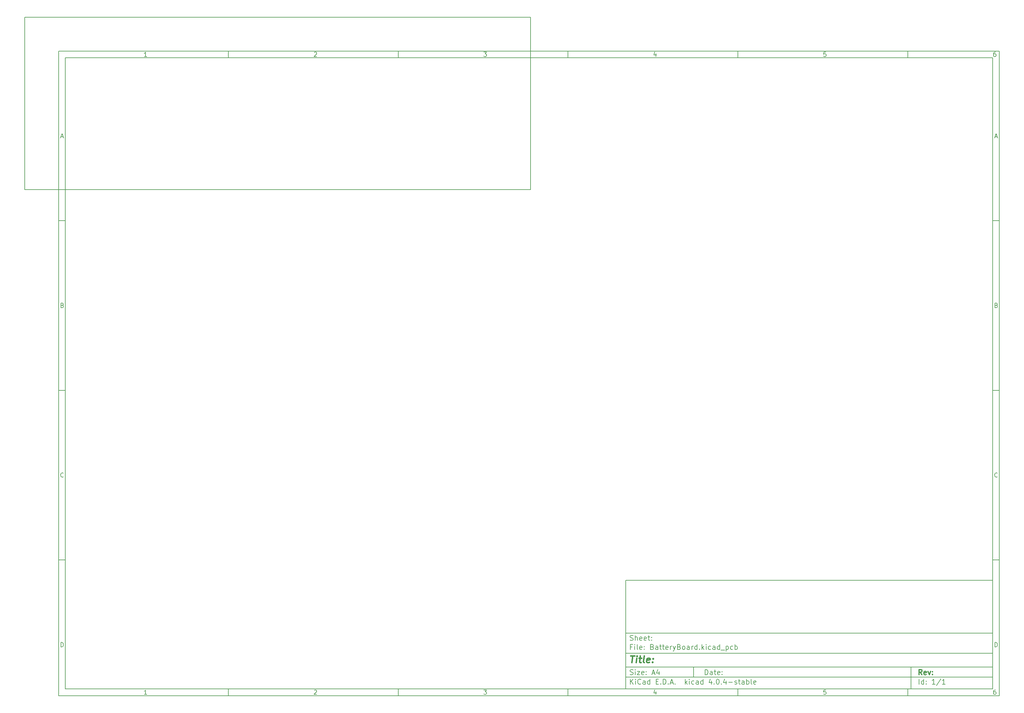
<source format=gbr>
G04 #@! TF.FileFunction,Profile,NP*
%FSLAX46Y46*%
G04 Gerber Fmt 4.6, Leading zero omitted, Abs format (unit mm)*
G04 Created by KiCad (PCBNEW 4.0.4-stable) date Saturday, July 15, 2017 'PMt' 05:06:53 PM*
%MOMM*%
%LPD*%
G01*
G04 APERTURE LIST*
%ADD10C,0.100000*%
%ADD11C,0.150000*%
%ADD12C,0.300000*%
%ADD13C,0.400000*%
G04 APERTURE END LIST*
D10*
D11*
X177002200Y-166007200D02*
X177002200Y-198007200D01*
X285002200Y-198007200D01*
X285002200Y-166007200D01*
X177002200Y-166007200D01*
D10*
D11*
X10000000Y-10000000D02*
X10000000Y-200007200D01*
X287002200Y-200007200D01*
X287002200Y-10000000D01*
X10000000Y-10000000D01*
D10*
D11*
X12000000Y-12000000D02*
X12000000Y-198007200D01*
X285002200Y-198007200D01*
X285002200Y-12000000D01*
X12000000Y-12000000D01*
D10*
D11*
X60000000Y-12000000D02*
X60000000Y-10000000D01*
D10*
D11*
X110000000Y-12000000D02*
X110000000Y-10000000D01*
D10*
D11*
X160000000Y-12000000D02*
X160000000Y-10000000D01*
D10*
D11*
X210000000Y-12000000D02*
X210000000Y-10000000D01*
D10*
D11*
X260000000Y-12000000D02*
X260000000Y-10000000D01*
D10*
D11*
X35990476Y-11588095D02*
X35247619Y-11588095D01*
X35619048Y-11588095D02*
X35619048Y-10288095D01*
X35495238Y-10473810D01*
X35371429Y-10597619D01*
X35247619Y-10659524D01*
D10*
D11*
X85247619Y-10411905D02*
X85309524Y-10350000D01*
X85433333Y-10288095D01*
X85742857Y-10288095D01*
X85866667Y-10350000D01*
X85928571Y-10411905D01*
X85990476Y-10535714D01*
X85990476Y-10659524D01*
X85928571Y-10845238D01*
X85185714Y-11588095D01*
X85990476Y-11588095D01*
D10*
D11*
X135185714Y-10288095D02*
X135990476Y-10288095D01*
X135557143Y-10783333D01*
X135742857Y-10783333D01*
X135866667Y-10845238D01*
X135928571Y-10907143D01*
X135990476Y-11030952D01*
X135990476Y-11340476D01*
X135928571Y-11464286D01*
X135866667Y-11526190D01*
X135742857Y-11588095D01*
X135371429Y-11588095D01*
X135247619Y-11526190D01*
X135185714Y-11464286D01*
D10*
D11*
X185866667Y-10721429D02*
X185866667Y-11588095D01*
X185557143Y-10226190D02*
X185247619Y-11154762D01*
X186052381Y-11154762D01*
D10*
D11*
X235928571Y-10288095D02*
X235309524Y-10288095D01*
X235247619Y-10907143D01*
X235309524Y-10845238D01*
X235433333Y-10783333D01*
X235742857Y-10783333D01*
X235866667Y-10845238D01*
X235928571Y-10907143D01*
X235990476Y-11030952D01*
X235990476Y-11340476D01*
X235928571Y-11464286D01*
X235866667Y-11526190D01*
X235742857Y-11588095D01*
X235433333Y-11588095D01*
X235309524Y-11526190D01*
X235247619Y-11464286D01*
D10*
D11*
X285866667Y-10288095D02*
X285619048Y-10288095D01*
X285495238Y-10350000D01*
X285433333Y-10411905D01*
X285309524Y-10597619D01*
X285247619Y-10845238D01*
X285247619Y-11340476D01*
X285309524Y-11464286D01*
X285371429Y-11526190D01*
X285495238Y-11588095D01*
X285742857Y-11588095D01*
X285866667Y-11526190D01*
X285928571Y-11464286D01*
X285990476Y-11340476D01*
X285990476Y-11030952D01*
X285928571Y-10907143D01*
X285866667Y-10845238D01*
X285742857Y-10783333D01*
X285495238Y-10783333D01*
X285371429Y-10845238D01*
X285309524Y-10907143D01*
X285247619Y-11030952D01*
D10*
D11*
X60000000Y-198007200D02*
X60000000Y-200007200D01*
D10*
D11*
X110000000Y-198007200D02*
X110000000Y-200007200D01*
D10*
D11*
X160000000Y-198007200D02*
X160000000Y-200007200D01*
D10*
D11*
X210000000Y-198007200D02*
X210000000Y-200007200D01*
D10*
D11*
X260000000Y-198007200D02*
X260000000Y-200007200D01*
D10*
D11*
X35990476Y-199595295D02*
X35247619Y-199595295D01*
X35619048Y-199595295D02*
X35619048Y-198295295D01*
X35495238Y-198481010D01*
X35371429Y-198604819D01*
X35247619Y-198666724D01*
D10*
D11*
X85247619Y-198419105D02*
X85309524Y-198357200D01*
X85433333Y-198295295D01*
X85742857Y-198295295D01*
X85866667Y-198357200D01*
X85928571Y-198419105D01*
X85990476Y-198542914D01*
X85990476Y-198666724D01*
X85928571Y-198852438D01*
X85185714Y-199595295D01*
X85990476Y-199595295D01*
D10*
D11*
X135185714Y-198295295D02*
X135990476Y-198295295D01*
X135557143Y-198790533D01*
X135742857Y-198790533D01*
X135866667Y-198852438D01*
X135928571Y-198914343D01*
X135990476Y-199038152D01*
X135990476Y-199347676D01*
X135928571Y-199471486D01*
X135866667Y-199533390D01*
X135742857Y-199595295D01*
X135371429Y-199595295D01*
X135247619Y-199533390D01*
X135185714Y-199471486D01*
D10*
D11*
X185866667Y-198728629D02*
X185866667Y-199595295D01*
X185557143Y-198233390D02*
X185247619Y-199161962D01*
X186052381Y-199161962D01*
D10*
D11*
X235928571Y-198295295D02*
X235309524Y-198295295D01*
X235247619Y-198914343D01*
X235309524Y-198852438D01*
X235433333Y-198790533D01*
X235742857Y-198790533D01*
X235866667Y-198852438D01*
X235928571Y-198914343D01*
X235990476Y-199038152D01*
X235990476Y-199347676D01*
X235928571Y-199471486D01*
X235866667Y-199533390D01*
X235742857Y-199595295D01*
X235433333Y-199595295D01*
X235309524Y-199533390D01*
X235247619Y-199471486D01*
D10*
D11*
X285866667Y-198295295D02*
X285619048Y-198295295D01*
X285495238Y-198357200D01*
X285433333Y-198419105D01*
X285309524Y-198604819D01*
X285247619Y-198852438D01*
X285247619Y-199347676D01*
X285309524Y-199471486D01*
X285371429Y-199533390D01*
X285495238Y-199595295D01*
X285742857Y-199595295D01*
X285866667Y-199533390D01*
X285928571Y-199471486D01*
X285990476Y-199347676D01*
X285990476Y-199038152D01*
X285928571Y-198914343D01*
X285866667Y-198852438D01*
X285742857Y-198790533D01*
X285495238Y-198790533D01*
X285371429Y-198852438D01*
X285309524Y-198914343D01*
X285247619Y-199038152D01*
D10*
D11*
X10000000Y-60000000D02*
X12000000Y-60000000D01*
D10*
D11*
X10000000Y-110000000D02*
X12000000Y-110000000D01*
D10*
D11*
X10000000Y-160000000D02*
X12000000Y-160000000D01*
D10*
D11*
X10690476Y-35216667D02*
X11309524Y-35216667D01*
X10566667Y-35588095D02*
X11000000Y-34288095D01*
X11433333Y-35588095D01*
D10*
D11*
X11092857Y-84907143D02*
X11278571Y-84969048D01*
X11340476Y-85030952D01*
X11402381Y-85154762D01*
X11402381Y-85340476D01*
X11340476Y-85464286D01*
X11278571Y-85526190D01*
X11154762Y-85588095D01*
X10659524Y-85588095D01*
X10659524Y-84288095D01*
X11092857Y-84288095D01*
X11216667Y-84350000D01*
X11278571Y-84411905D01*
X11340476Y-84535714D01*
X11340476Y-84659524D01*
X11278571Y-84783333D01*
X11216667Y-84845238D01*
X11092857Y-84907143D01*
X10659524Y-84907143D01*
D10*
D11*
X11402381Y-135464286D02*
X11340476Y-135526190D01*
X11154762Y-135588095D01*
X11030952Y-135588095D01*
X10845238Y-135526190D01*
X10721429Y-135402381D01*
X10659524Y-135278571D01*
X10597619Y-135030952D01*
X10597619Y-134845238D01*
X10659524Y-134597619D01*
X10721429Y-134473810D01*
X10845238Y-134350000D01*
X11030952Y-134288095D01*
X11154762Y-134288095D01*
X11340476Y-134350000D01*
X11402381Y-134411905D01*
D10*
D11*
X10659524Y-185588095D02*
X10659524Y-184288095D01*
X10969048Y-184288095D01*
X11154762Y-184350000D01*
X11278571Y-184473810D01*
X11340476Y-184597619D01*
X11402381Y-184845238D01*
X11402381Y-185030952D01*
X11340476Y-185278571D01*
X11278571Y-185402381D01*
X11154762Y-185526190D01*
X10969048Y-185588095D01*
X10659524Y-185588095D01*
D10*
D11*
X287002200Y-60000000D02*
X285002200Y-60000000D01*
D10*
D11*
X287002200Y-110000000D02*
X285002200Y-110000000D01*
D10*
D11*
X287002200Y-160000000D02*
X285002200Y-160000000D01*
D10*
D11*
X285692676Y-35216667D02*
X286311724Y-35216667D01*
X285568867Y-35588095D02*
X286002200Y-34288095D01*
X286435533Y-35588095D01*
D10*
D11*
X286095057Y-84907143D02*
X286280771Y-84969048D01*
X286342676Y-85030952D01*
X286404581Y-85154762D01*
X286404581Y-85340476D01*
X286342676Y-85464286D01*
X286280771Y-85526190D01*
X286156962Y-85588095D01*
X285661724Y-85588095D01*
X285661724Y-84288095D01*
X286095057Y-84288095D01*
X286218867Y-84350000D01*
X286280771Y-84411905D01*
X286342676Y-84535714D01*
X286342676Y-84659524D01*
X286280771Y-84783333D01*
X286218867Y-84845238D01*
X286095057Y-84907143D01*
X285661724Y-84907143D01*
D10*
D11*
X286404581Y-135464286D02*
X286342676Y-135526190D01*
X286156962Y-135588095D01*
X286033152Y-135588095D01*
X285847438Y-135526190D01*
X285723629Y-135402381D01*
X285661724Y-135278571D01*
X285599819Y-135030952D01*
X285599819Y-134845238D01*
X285661724Y-134597619D01*
X285723629Y-134473810D01*
X285847438Y-134350000D01*
X286033152Y-134288095D01*
X286156962Y-134288095D01*
X286342676Y-134350000D01*
X286404581Y-134411905D01*
D10*
D11*
X285661724Y-185588095D02*
X285661724Y-184288095D01*
X285971248Y-184288095D01*
X286156962Y-184350000D01*
X286280771Y-184473810D01*
X286342676Y-184597619D01*
X286404581Y-184845238D01*
X286404581Y-185030952D01*
X286342676Y-185278571D01*
X286280771Y-185402381D01*
X286156962Y-185526190D01*
X285971248Y-185588095D01*
X285661724Y-185588095D01*
D10*
D11*
X200359343Y-193785771D02*
X200359343Y-192285771D01*
X200716486Y-192285771D01*
X200930771Y-192357200D01*
X201073629Y-192500057D01*
X201145057Y-192642914D01*
X201216486Y-192928629D01*
X201216486Y-193142914D01*
X201145057Y-193428629D01*
X201073629Y-193571486D01*
X200930771Y-193714343D01*
X200716486Y-193785771D01*
X200359343Y-193785771D01*
X202502200Y-193785771D02*
X202502200Y-193000057D01*
X202430771Y-192857200D01*
X202287914Y-192785771D01*
X202002200Y-192785771D01*
X201859343Y-192857200D01*
X202502200Y-193714343D02*
X202359343Y-193785771D01*
X202002200Y-193785771D01*
X201859343Y-193714343D01*
X201787914Y-193571486D01*
X201787914Y-193428629D01*
X201859343Y-193285771D01*
X202002200Y-193214343D01*
X202359343Y-193214343D01*
X202502200Y-193142914D01*
X203002200Y-192785771D02*
X203573629Y-192785771D01*
X203216486Y-192285771D02*
X203216486Y-193571486D01*
X203287914Y-193714343D01*
X203430772Y-193785771D01*
X203573629Y-193785771D01*
X204645057Y-193714343D02*
X204502200Y-193785771D01*
X204216486Y-193785771D01*
X204073629Y-193714343D01*
X204002200Y-193571486D01*
X204002200Y-193000057D01*
X204073629Y-192857200D01*
X204216486Y-192785771D01*
X204502200Y-192785771D01*
X204645057Y-192857200D01*
X204716486Y-193000057D01*
X204716486Y-193142914D01*
X204002200Y-193285771D01*
X205359343Y-193642914D02*
X205430771Y-193714343D01*
X205359343Y-193785771D01*
X205287914Y-193714343D01*
X205359343Y-193642914D01*
X205359343Y-193785771D01*
X205359343Y-192857200D02*
X205430771Y-192928629D01*
X205359343Y-193000057D01*
X205287914Y-192928629D01*
X205359343Y-192857200D01*
X205359343Y-193000057D01*
D10*
D11*
X177002200Y-194507200D02*
X285002200Y-194507200D01*
D10*
D11*
X178359343Y-196585771D02*
X178359343Y-195085771D01*
X179216486Y-196585771D02*
X178573629Y-195728629D01*
X179216486Y-195085771D02*
X178359343Y-195942914D01*
X179859343Y-196585771D02*
X179859343Y-195585771D01*
X179859343Y-195085771D02*
X179787914Y-195157200D01*
X179859343Y-195228629D01*
X179930771Y-195157200D01*
X179859343Y-195085771D01*
X179859343Y-195228629D01*
X181430772Y-196442914D02*
X181359343Y-196514343D01*
X181145057Y-196585771D01*
X181002200Y-196585771D01*
X180787915Y-196514343D01*
X180645057Y-196371486D01*
X180573629Y-196228629D01*
X180502200Y-195942914D01*
X180502200Y-195728629D01*
X180573629Y-195442914D01*
X180645057Y-195300057D01*
X180787915Y-195157200D01*
X181002200Y-195085771D01*
X181145057Y-195085771D01*
X181359343Y-195157200D01*
X181430772Y-195228629D01*
X182716486Y-196585771D02*
X182716486Y-195800057D01*
X182645057Y-195657200D01*
X182502200Y-195585771D01*
X182216486Y-195585771D01*
X182073629Y-195657200D01*
X182716486Y-196514343D02*
X182573629Y-196585771D01*
X182216486Y-196585771D01*
X182073629Y-196514343D01*
X182002200Y-196371486D01*
X182002200Y-196228629D01*
X182073629Y-196085771D01*
X182216486Y-196014343D01*
X182573629Y-196014343D01*
X182716486Y-195942914D01*
X184073629Y-196585771D02*
X184073629Y-195085771D01*
X184073629Y-196514343D02*
X183930772Y-196585771D01*
X183645058Y-196585771D01*
X183502200Y-196514343D01*
X183430772Y-196442914D01*
X183359343Y-196300057D01*
X183359343Y-195871486D01*
X183430772Y-195728629D01*
X183502200Y-195657200D01*
X183645058Y-195585771D01*
X183930772Y-195585771D01*
X184073629Y-195657200D01*
X185930772Y-195800057D02*
X186430772Y-195800057D01*
X186645058Y-196585771D02*
X185930772Y-196585771D01*
X185930772Y-195085771D01*
X186645058Y-195085771D01*
X187287915Y-196442914D02*
X187359343Y-196514343D01*
X187287915Y-196585771D01*
X187216486Y-196514343D01*
X187287915Y-196442914D01*
X187287915Y-196585771D01*
X188002201Y-196585771D02*
X188002201Y-195085771D01*
X188359344Y-195085771D01*
X188573629Y-195157200D01*
X188716487Y-195300057D01*
X188787915Y-195442914D01*
X188859344Y-195728629D01*
X188859344Y-195942914D01*
X188787915Y-196228629D01*
X188716487Y-196371486D01*
X188573629Y-196514343D01*
X188359344Y-196585771D01*
X188002201Y-196585771D01*
X189502201Y-196442914D02*
X189573629Y-196514343D01*
X189502201Y-196585771D01*
X189430772Y-196514343D01*
X189502201Y-196442914D01*
X189502201Y-196585771D01*
X190145058Y-196157200D02*
X190859344Y-196157200D01*
X190002201Y-196585771D02*
X190502201Y-195085771D01*
X191002201Y-196585771D01*
X191502201Y-196442914D02*
X191573629Y-196514343D01*
X191502201Y-196585771D01*
X191430772Y-196514343D01*
X191502201Y-196442914D01*
X191502201Y-196585771D01*
X194502201Y-196585771D02*
X194502201Y-195085771D01*
X194645058Y-196014343D02*
X195073629Y-196585771D01*
X195073629Y-195585771D02*
X194502201Y-196157200D01*
X195716487Y-196585771D02*
X195716487Y-195585771D01*
X195716487Y-195085771D02*
X195645058Y-195157200D01*
X195716487Y-195228629D01*
X195787915Y-195157200D01*
X195716487Y-195085771D01*
X195716487Y-195228629D01*
X197073630Y-196514343D02*
X196930773Y-196585771D01*
X196645059Y-196585771D01*
X196502201Y-196514343D01*
X196430773Y-196442914D01*
X196359344Y-196300057D01*
X196359344Y-195871486D01*
X196430773Y-195728629D01*
X196502201Y-195657200D01*
X196645059Y-195585771D01*
X196930773Y-195585771D01*
X197073630Y-195657200D01*
X198359344Y-196585771D02*
X198359344Y-195800057D01*
X198287915Y-195657200D01*
X198145058Y-195585771D01*
X197859344Y-195585771D01*
X197716487Y-195657200D01*
X198359344Y-196514343D02*
X198216487Y-196585771D01*
X197859344Y-196585771D01*
X197716487Y-196514343D01*
X197645058Y-196371486D01*
X197645058Y-196228629D01*
X197716487Y-196085771D01*
X197859344Y-196014343D01*
X198216487Y-196014343D01*
X198359344Y-195942914D01*
X199716487Y-196585771D02*
X199716487Y-195085771D01*
X199716487Y-196514343D02*
X199573630Y-196585771D01*
X199287916Y-196585771D01*
X199145058Y-196514343D01*
X199073630Y-196442914D01*
X199002201Y-196300057D01*
X199002201Y-195871486D01*
X199073630Y-195728629D01*
X199145058Y-195657200D01*
X199287916Y-195585771D01*
X199573630Y-195585771D01*
X199716487Y-195657200D01*
X202216487Y-195585771D02*
X202216487Y-196585771D01*
X201859344Y-195014343D02*
X201502201Y-196085771D01*
X202430773Y-196085771D01*
X203002201Y-196442914D02*
X203073629Y-196514343D01*
X203002201Y-196585771D01*
X202930772Y-196514343D01*
X203002201Y-196442914D01*
X203002201Y-196585771D01*
X204002201Y-195085771D02*
X204145058Y-195085771D01*
X204287915Y-195157200D01*
X204359344Y-195228629D01*
X204430773Y-195371486D01*
X204502201Y-195657200D01*
X204502201Y-196014343D01*
X204430773Y-196300057D01*
X204359344Y-196442914D01*
X204287915Y-196514343D01*
X204145058Y-196585771D01*
X204002201Y-196585771D01*
X203859344Y-196514343D01*
X203787915Y-196442914D01*
X203716487Y-196300057D01*
X203645058Y-196014343D01*
X203645058Y-195657200D01*
X203716487Y-195371486D01*
X203787915Y-195228629D01*
X203859344Y-195157200D01*
X204002201Y-195085771D01*
X205145058Y-196442914D02*
X205216486Y-196514343D01*
X205145058Y-196585771D01*
X205073629Y-196514343D01*
X205145058Y-196442914D01*
X205145058Y-196585771D01*
X206502201Y-195585771D02*
X206502201Y-196585771D01*
X206145058Y-195014343D02*
X205787915Y-196085771D01*
X206716487Y-196085771D01*
X207287915Y-196014343D02*
X208430772Y-196014343D01*
X209073629Y-196514343D02*
X209216486Y-196585771D01*
X209502201Y-196585771D01*
X209645058Y-196514343D01*
X209716486Y-196371486D01*
X209716486Y-196300057D01*
X209645058Y-196157200D01*
X209502201Y-196085771D01*
X209287915Y-196085771D01*
X209145058Y-196014343D01*
X209073629Y-195871486D01*
X209073629Y-195800057D01*
X209145058Y-195657200D01*
X209287915Y-195585771D01*
X209502201Y-195585771D01*
X209645058Y-195657200D01*
X210145058Y-195585771D02*
X210716487Y-195585771D01*
X210359344Y-195085771D02*
X210359344Y-196371486D01*
X210430772Y-196514343D01*
X210573630Y-196585771D01*
X210716487Y-196585771D01*
X211859344Y-196585771D02*
X211859344Y-195800057D01*
X211787915Y-195657200D01*
X211645058Y-195585771D01*
X211359344Y-195585771D01*
X211216487Y-195657200D01*
X211859344Y-196514343D02*
X211716487Y-196585771D01*
X211359344Y-196585771D01*
X211216487Y-196514343D01*
X211145058Y-196371486D01*
X211145058Y-196228629D01*
X211216487Y-196085771D01*
X211359344Y-196014343D01*
X211716487Y-196014343D01*
X211859344Y-195942914D01*
X212573630Y-196585771D02*
X212573630Y-195085771D01*
X212573630Y-195657200D02*
X212716487Y-195585771D01*
X213002201Y-195585771D01*
X213145058Y-195657200D01*
X213216487Y-195728629D01*
X213287916Y-195871486D01*
X213287916Y-196300057D01*
X213216487Y-196442914D01*
X213145058Y-196514343D01*
X213002201Y-196585771D01*
X212716487Y-196585771D01*
X212573630Y-196514343D01*
X214145059Y-196585771D02*
X214002201Y-196514343D01*
X213930773Y-196371486D01*
X213930773Y-195085771D01*
X215287915Y-196514343D02*
X215145058Y-196585771D01*
X214859344Y-196585771D01*
X214716487Y-196514343D01*
X214645058Y-196371486D01*
X214645058Y-195800057D01*
X214716487Y-195657200D01*
X214859344Y-195585771D01*
X215145058Y-195585771D01*
X215287915Y-195657200D01*
X215359344Y-195800057D01*
X215359344Y-195942914D01*
X214645058Y-196085771D01*
D10*
D11*
X177002200Y-191507200D02*
X285002200Y-191507200D01*
D10*
D12*
X264216486Y-193785771D02*
X263716486Y-193071486D01*
X263359343Y-193785771D02*
X263359343Y-192285771D01*
X263930771Y-192285771D01*
X264073629Y-192357200D01*
X264145057Y-192428629D01*
X264216486Y-192571486D01*
X264216486Y-192785771D01*
X264145057Y-192928629D01*
X264073629Y-193000057D01*
X263930771Y-193071486D01*
X263359343Y-193071486D01*
X265430771Y-193714343D02*
X265287914Y-193785771D01*
X265002200Y-193785771D01*
X264859343Y-193714343D01*
X264787914Y-193571486D01*
X264787914Y-193000057D01*
X264859343Y-192857200D01*
X265002200Y-192785771D01*
X265287914Y-192785771D01*
X265430771Y-192857200D01*
X265502200Y-193000057D01*
X265502200Y-193142914D01*
X264787914Y-193285771D01*
X266002200Y-192785771D02*
X266359343Y-193785771D01*
X266716485Y-192785771D01*
X267287914Y-193642914D02*
X267359342Y-193714343D01*
X267287914Y-193785771D01*
X267216485Y-193714343D01*
X267287914Y-193642914D01*
X267287914Y-193785771D01*
X267287914Y-192857200D02*
X267359342Y-192928629D01*
X267287914Y-193000057D01*
X267216485Y-192928629D01*
X267287914Y-192857200D01*
X267287914Y-193000057D01*
D10*
D11*
X178287914Y-193714343D02*
X178502200Y-193785771D01*
X178859343Y-193785771D01*
X179002200Y-193714343D01*
X179073629Y-193642914D01*
X179145057Y-193500057D01*
X179145057Y-193357200D01*
X179073629Y-193214343D01*
X179002200Y-193142914D01*
X178859343Y-193071486D01*
X178573629Y-193000057D01*
X178430771Y-192928629D01*
X178359343Y-192857200D01*
X178287914Y-192714343D01*
X178287914Y-192571486D01*
X178359343Y-192428629D01*
X178430771Y-192357200D01*
X178573629Y-192285771D01*
X178930771Y-192285771D01*
X179145057Y-192357200D01*
X179787914Y-193785771D02*
X179787914Y-192785771D01*
X179787914Y-192285771D02*
X179716485Y-192357200D01*
X179787914Y-192428629D01*
X179859342Y-192357200D01*
X179787914Y-192285771D01*
X179787914Y-192428629D01*
X180359343Y-192785771D02*
X181145057Y-192785771D01*
X180359343Y-193785771D01*
X181145057Y-193785771D01*
X182287914Y-193714343D02*
X182145057Y-193785771D01*
X181859343Y-193785771D01*
X181716486Y-193714343D01*
X181645057Y-193571486D01*
X181645057Y-193000057D01*
X181716486Y-192857200D01*
X181859343Y-192785771D01*
X182145057Y-192785771D01*
X182287914Y-192857200D01*
X182359343Y-193000057D01*
X182359343Y-193142914D01*
X181645057Y-193285771D01*
X183002200Y-193642914D02*
X183073628Y-193714343D01*
X183002200Y-193785771D01*
X182930771Y-193714343D01*
X183002200Y-193642914D01*
X183002200Y-193785771D01*
X183002200Y-192857200D02*
X183073628Y-192928629D01*
X183002200Y-193000057D01*
X182930771Y-192928629D01*
X183002200Y-192857200D01*
X183002200Y-193000057D01*
X184787914Y-193357200D02*
X185502200Y-193357200D01*
X184645057Y-193785771D02*
X185145057Y-192285771D01*
X185645057Y-193785771D01*
X186787914Y-192785771D02*
X186787914Y-193785771D01*
X186430771Y-192214343D02*
X186073628Y-193285771D01*
X187002200Y-193285771D01*
D10*
D11*
X263359343Y-196585771D02*
X263359343Y-195085771D01*
X264716486Y-196585771D02*
X264716486Y-195085771D01*
X264716486Y-196514343D02*
X264573629Y-196585771D01*
X264287915Y-196585771D01*
X264145057Y-196514343D01*
X264073629Y-196442914D01*
X264002200Y-196300057D01*
X264002200Y-195871486D01*
X264073629Y-195728629D01*
X264145057Y-195657200D01*
X264287915Y-195585771D01*
X264573629Y-195585771D01*
X264716486Y-195657200D01*
X265430772Y-196442914D02*
X265502200Y-196514343D01*
X265430772Y-196585771D01*
X265359343Y-196514343D01*
X265430772Y-196442914D01*
X265430772Y-196585771D01*
X265430772Y-195657200D02*
X265502200Y-195728629D01*
X265430772Y-195800057D01*
X265359343Y-195728629D01*
X265430772Y-195657200D01*
X265430772Y-195800057D01*
X268073629Y-196585771D02*
X267216486Y-196585771D01*
X267645058Y-196585771D02*
X267645058Y-195085771D01*
X267502201Y-195300057D01*
X267359343Y-195442914D01*
X267216486Y-195514343D01*
X269787914Y-195014343D02*
X268502200Y-196942914D01*
X271073629Y-196585771D02*
X270216486Y-196585771D01*
X270645058Y-196585771D02*
X270645058Y-195085771D01*
X270502201Y-195300057D01*
X270359343Y-195442914D01*
X270216486Y-195514343D01*
D10*
D11*
X177002200Y-187507200D02*
X285002200Y-187507200D01*
D10*
D13*
X178454581Y-188211962D02*
X179597438Y-188211962D01*
X178776010Y-190211962D02*
X179026010Y-188211962D01*
X180014105Y-190211962D02*
X180180771Y-188878629D01*
X180264105Y-188211962D02*
X180156962Y-188307200D01*
X180240295Y-188402438D01*
X180347439Y-188307200D01*
X180264105Y-188211962D01*
X180240295Y-188402438D01*
X180847438Y-188878629D02*
X181609343Y-188878629D01*
X181216486Y-188211962D02*
X181002200Y-189926248D01*
X181073630Y-190116724D01*
X181252201Y-190211962D01*
X181442677Y-190211962D01*
X182395058Y-190211962D02*
X182216487Y-190116724D01*
X182145057Y-189926248D01*
X182359343Y-188211962D01*
X183930772Y-190116724D02*
X183728391Y-190211962D01*
X183347439Y-190211962D01*
X183168867Y-190116724D01*
X183097438Y-189926248D01*
X183192676Y-189164343D01*
X183311724Y-188973867D01*
X183514105Y-188878629D01*
X183895057Y-188878629D01*
X184073629Y-188973867D01*
X184145057Y-189164343D01*
X184121248Y-189354819D01*
X183145057Y-189545295D01*
X184895057Y-190021486D02*
X184978392Y-190116724D01*
X184871248Y-190211962D01*
X184787915Y-190116724D01*
X184895057Y-190021486D01*
X184871248Y-190211962D01*
X185026010Y-188973867D02*
X185109344Y-189069105D01*
X185002200Y-189164343D01*
X184918867Y-189069105D01*
X185026010Y-188973867D01*
X185002200Y-189164343D01*
D10*
D11*
X178859343Y-185600057D02*
X178359343Y-185600057D01*
X178359343Y-186385771D02*
X178359343Y-184885771D01*
X179073629Y-184885771D01*
X179645057Y-186385771D02*
X179645057Y-185385771D01*
X179645057Y-184885771D02*
X179573628Y-184957200D01*
X179645057Y-185028629D01*
X179716485Y-184957200D01*
X179645057Y-184885771D01*
X179645057Y-185028629D01*
X180573629Y-186385771D02*
X180430771Y-186314343D01*
X180359343Y-186171486D01*
X180359343Y-184885771D01*
X181716485Y-186314343D02*
X181573628Y-186385771D01*
X181287914Y-186385771D01*
X181145057Y-186314343D01*
X181073628Y-186171486D01*
X181073628Y-185600057D01*
X181145057Y-185457200D01*
X181287914Y-185385771D01*
X181573628Y-185385771D01*
X181716485Y-185457200D01*
X181787914Y-185600057D01*
X181787914Y-185742914D01*
X181073628Y-185885771D01*
X182430771Y-186242914D02*
X182502199Y-186314343D01*
X182430771Y-186385771D01*
X182359342Y-186314343D01*
X182430771Y-186242914D01*
X182430771Y-186385771D01*
X182430771Y-185457200D02*
X182502199Y-185528629D01*
X182430771Y-185600057D01*
X182359342Y-185528629D01*
X182430771Y-185457200D01*
X182430771Y-185600057D01*
X184787914Y-185600057D02*
X185002200Y-185671486D01*
X185073628Y-185742914D01*
X185145057Y-185885771D01*
X185145057Y-186100057D01*
X185073628Y-186242914D01*
X185002200Y-186314343D01*
X184859342Y-186385771D01*
X184287914Y-186385771D01*
X184287914Y-184885771D01*
X184787914Y-184885771D01*
X184930771Y-184957200D01*
X185002200Y-185028629D01*
X185073628Y-185171486D01*
X185073628Y-185314343D01*
X185002200Y-185457200D01*
X184930771Y-185528629D01*
X184787914Y-185600057D01*
X184287914Y-185600057D01*
X186430771Y-186385771D02*
X186430771Y-185600057D01*
X186359342Y-185457200D01*
X186216485Y-185385771D01*
X185930771Y-185385771D01*
X185787914Y-185457200D01*
X186430771Y-186314343D02*
X186287914Y-186385771D01*
X185930771Y-186385771D01*
X185787914Y-186314343D01*
X185716485Y-186171486D01*
X185716485Y-186028629D01*
X185787914Y-185885771D01*
X185930771Y-185814343D01*
X186287914Y-185814343D01*
X186430771Y-185742914D01*
X186930771Y-185385771D02*
X187502200Y-185385771D01*
X187145057Y-184885771D02*
X187145057Y-186171486D01*
X187216485Y-186314343D01*
X187359343Y-186385771D01*
X187502200Y-186385771D01*
X187787914Y-185385771D02*
X188359343Y-185385771D01*
X188002200Y-184885771D02*
X188002200Y-186171486D01*
X188073628Y-186314343D01*
X188216486Y-186385771D01*
X188359343Y-186385771D01*
X189430771Y-186314343D02*
X189287914Y-186385771D01*
X189002200Y-186385771D01*
X188859343Y-186314343D01*
X188787914Y-186171486D01*
X188787914Y-185600057D01*
X188859343Y-185457200D01*
X189002200Y-185385771D01*
X189287914Y-185385771D01*
X189430771Y-185457200D01*
X189502200Y-185600057D01*
X189502200Y-185742914D01*
X188787914Y-185885771D01*
X190145057Y-186385771D02*
X190145057Y-185385771D01*
X190145057Y-185671486D02*
X190216485Y-185528629D01*
X190287914Y-185457200D01*
X190430771Y-185385771D01*
X190573628Y-185385771D01*
X190930771Y-185385771D02*
X191287914Y-186385771D01*
X191645056Y-185385771D02*
X191287914Y-186385771D01*
X191145056Y-186742914D01*
X191073628Y-186814343D01*
X190930771Y-186885771D01*
X192716485Y-185600057D02*
X192930771Y-185671486D01*
X193002199Y-185742914D01*
X193073628Y-185885771D01*
X193073628Y-186100057D01*
X193002199Y-186242914D01*
X192930771Y-186314343D01*
X192787913Y-186385771D01*
X192216485Y-186385771D01*
X192216485Y-184885771D01*
X192716485Y-184885771D01*
X192859342Y-184957200D01*
X192930771Y-185028629D01*
X193002199Y-185171486D01*
X193002199Y-185314343D01*
X192930771Y-185457200D01*
X192859342Y-185528629D01*
X192716485Y-185600057D01*
X192216485Y-185600057D01*
X193930771Y-186385771D02*
X193787913Y-186314343D01*
X193716485Y-186242914D01*
X193645056Y-186100057D01*
X193645056Y-185671486D01*
X193716485Y-185528629D01*
X193787913Y-185457200D01*
X193930771Y-185385771D01*
X194145056Y-185385771D01*
X194287913Y-185457200D01*
X194359342Y-185528629D01*
X194430771Y-185671486D01*
X194430771Y-186100057D01*
X194359342Y-186242914D01*
X194287913Y-186314343D01*
X194145056Y-186385771D01*
X193930771Y-186385771D01*
X195716485Y-186385771D02*
X195716485Y-185600057D01*
X195645056Y-185457200D01*
X195502199Y-185385771D01*
X195216485Y-185385771D01*
X195073628Y-185457200D01*
X195716485Y-186314343D02*
X195573628Y-186385771D01*
X195216485Y-186385771D01*
X195073628Y-186314343D01*
X195002199Y-186171486D01*
X195002199Y-186028629D01*
X195073628Y-185885771D01*
X195216485Y-185814343D01*
X195573628Y-185814343D01*
X195716485Y-185742914D01*
X196430771Y-186385771D02*
X196430771Y-185385771D01*
X196430771Y-185671486D02*
X196502199Y-185528629D01*
X196573628Y-185457200D01*
X196716485Y-185385771D01*
X196859342Y-185385771D01*
X198002199Y-186385771D02*
X198002199Y-184885771D01*
X198002199Y-186314343D02*
X197859342Y-186385771D01*
X197573628Y-186385771D01*
X197430770Y-186314343D01*
X197359342Y-186242914D01*
X197287913Y-186100057D01*
X197287913Y-185671486D01*
X197359342Y-185528629D01*
X197430770Y-185457200D01*
X197573628Y-185385771D01*
X197859342Y-185385771D01*
X198002199Y-185457200D01*
X198716485Y-186242914D02*
X198787913Y-186314343D01*
X198716485Y-186385771D01*
X198645056Y-186314343D01*
X198716485Y-186242914D01*
X198716485Y-186385771D01*
X199430771Y-186385771D02*
X199430771Y-184885771D01*
X199573628Y-185814343D02*
X200002199Y-186385771D01*
X200002199Y-185385771D02*
X199430771Y-185957200D01*
X200645057Y-186385771D02*
X200645057Y-185385771D01*
X200645057Y-184885771D02*
X200573628Y-184957200D01*
X200645057Y-185028629D01*
X200716485Y-184957200D01*
X200645057Y-184885771D01*
X200645057Y-185028629D01*
X202002200Y-186314343D02*
X201859343Y-186385771D01*
X201573629Y-186385771D01*
X201430771Y-186314343D01*
X201359343Y-186242914D01*
X201287914Y-186100057D01*
X201287914Y-185671486D01*
X201359343Y-185528629D01*
X201430771Y-185457200D01*
X201573629Y-185385771D01*
X201859343Y-185385771D01*
X202002200Y-185457200D01*
X203287914Y-186385771D02*
X203287914Y-185600057D01*
X203216485Y-185457200D01*
X203073628Y-185385771D01*
X202787914Y-185385771D01*
X202645057Y-185457200D01*
X203287914Y-186314343D02*
X203145057Y-186385771D01*
X202787914Y-186385771D01*
X202645057Y-186314343D01*
X202573628Y-186171486D01*
X202573628Y-186028629D01*
X202645057Y-185885771D01*
X202787914Y-185814343D01*
X203145057Y-185814343D01*
X203287914Y-185742914D01*
X204645057Y-186385771D02*
X204645057Y-184885771D01*
X204645057Y-186314343D02*
X204502200Y-186385771D01*
X204216486Y-186385771D01*
X204073628Y-186314343D01*
X204002200Y-186242914D01*
X203930771Y-186100057D01*
X203930771Y-185671486D01*
X204002200Y-185528629D01*
X204073628Y-185457200D01*
X204216486Y-185385771D01*
X204502200Y-185385771D01*
X204645057Y-185457200D01*
X205002200Y-186528629D02*
X206145057Y-186528629D01*
X206502200Y-185385771D02*
X206502200Y-186885771D01*
X206502200Y-185457200D02*
X206645057Y-185385771D01*
X206930771Y-185385771D01*
X207073628Y-185457200D01*
X207145057Y-185528629D01*
X207216486Y-185671486D01*
X207216486Y-186100057D01*
X207145057Y-186242914D01*
X207073628Y-186314343D01*
X206930771Y-186385771D01*
X206645057Y-186385771D01*
X206502200Y-186314343D01*
X208502200Y-186314343D02*
X208359343Y-186385771D01*
X208073629Y-186385771D01*
X207930771Y-186314343D01*
X207859343Y-186242914D01*
X207787914Y-186100057D01*
X207787914Y-185671486D01*
X207859343Y-185528629D01*
X207930771Y-185457200D01*
X208073629Y-185385771D01*
X208359343Y-185385771D01*
X208502200Y-185457200D01*
X209145057Y-186385771D02*
X209145057Y-184885771D01*
X209145057Y-185457200D02*
X209287914Y-185385771D01*
X209573628Y-185385771D01*
X209716485Y-185457200D01*
X209787914Y-185528629D01*
X209859343Y-185671486D01*
X209859343Y-186100057D01*
X209787914Y-186242914D01*
X209716485Y-186314343D01*
X209573628Y-186385771D01*
X209287914Y-186385771D01*
X209145057Y-186314343D01*
D10*
D11*
X177002200Y-181507200D02*
X285002200Y-181507200D01*
D10*
D11*
X178287914Y-183614343D02*
X178502200Y-183685771D01*
X178859343Y-183685771D01*
X179002200Y-183614343D01*
X179073629Y-183542914D01*
X179145057Y-183400057D01*
X179145057Y-183257200D01*
X179073629Y-183114343D01*
X179002200Y-183042914D01*
X178859343Y-182971486D01*
X178573629Y-182900057D01*
X178430771Y-182828629D01*
X178359343Y-182757200D01*
X178287914Y-182614343D01*
X178287914Y-182471486D01*
X178359343Y-182328629D01*
X178430771Y-182257200D01*
X178573629Y-182185771D01*
X178930771Y-182185771D01*
X179145057Y-182257200D01*
X179787914Y-183685771D02*
X179787914Y-182185771D01*
X180430771Y-183685771D02*
X180430771Y-182900057D01*
X180359342Y-182757200D01*
X180216485Y-182685771D01*
X180002200Y-182685771D01*
X179859342Y-182757200D01*
X179787914Y-182828629D01*
X181716485Y-183614343D02*
X181573628Y-183685771D01*
X181287914Y-183685771D01*
X181145057Y-183614343D01*
X181073628Y-183471486D01*
X181073628Y-182900057D01*
X181145057Y-182757200D01*
X181287914Y-182685771D01*
X181573628Y-182685771D01*
X181716485Y-182757200D01*
X181787914Y-182900057D01*
X181787914Y-183042914D01*
X181073628Y-183185771D01*
X183002199Y-183614343D02*
X182859342Y-183685771D01*
X182573628Y-183685771D01*
X182430771Y-183614343D01*
X182359342Y-183471486D01*
X182359342Y-182900057D01*
X182430771Y-182757200D01*
X182573628Y-182685771D01*
X182859342Y-182685771D01*
X183002199Y-182757200D01*
X183073628Y-182900057D01*
X183073628Y-183042914D01*
X182359342Y-183185771D01*
X183502199Y-182685771D02*
X184073628Y-182685771D01*
X183716485Y-182185771D02*
X183716485Y-183471486D01*
X183787913Y-183614343D01*
X183930771Y-183685771D01*
X184073628Y-183685771D01*
X184573628Y-183542914D02*
X184645056Y-183614343D01*
X184573628Y-183685771D01*
X184502199Y-183614343D01*
X184573628Y-183542914D01*
X184573628Y-183685771D01*
X184573628Y-182757200D02*
X184645056Y-182828629D01*
X184573628Y-182900057D01*
X184502199Y-182828629D01*
X184573628Y-182757200D01*
X184573628Y-182900057D01*
D10*
D11*
X197002200Y-191507200D02*
X197002200Y-194507200D01*
D10*
D11*
X261002200Y-191507200D02*
X261002200Y-198007200D01*
X0Y-50800000D02*
X148971000Y-50800000D01*
X0Y0D02*
X0Y-50800000D01*
X148971000Y0D02*
X148971000Y-50800000D01*
X0Y0D02*
X148971000Y0D01*
M02*

</source>
